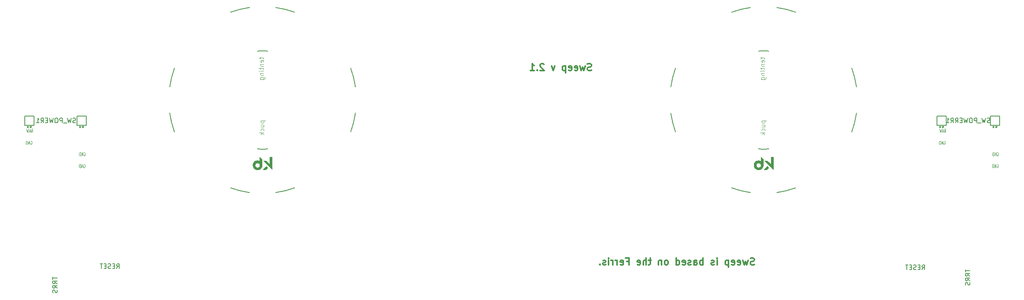
<source format=gbr>
%TF.GenerationSoftware,KiCad,Pcbnew,(6.0.0-0)*%
%TF.CreationDate,2022-02-08T15:13:43+01:00*%
%TF.ProjectId,sweepv2.1,73776565-7076-4322-9e31-2e6b69636164,rev?*%
%TF.SameCoordinates,Original*%
%TF.FileFunction,Legend,Bot*%
%TF.FilePolarity,Positive*%
%FSLAX46Y46*%
G04 Gerber Fmt 4.6, Leading zero omitted, Abs format (unit mm)*
G04 Created by KiCad (PCBNEW (6.0.0-0)) date 2022-02-08 15:13:43*
%MOMM*%
%LPD*%
G01*
G04 APERTURE LIST*
%ADD10C,0.300000*%
%ADD11C,0.125000*%
%ADD12C,0.150000*%
%ADD13C,0.100000*%
%ADD14C,0.200000*%
%ADD15C,0.010000*%
G04 APERTURE END LIST*
D10*
X147648571Y-39723142D02*
X147434285Y-39794571D01*
X147077142Y-39794571D01*
X146934285Y-39723142D01*
X146862857Y-39651714D01*
X146791428Y-39508857D01*
X146791428Y-39366000D01*
X146862857Y-39223142D01*
X146934285Y-39151714D01*
X147077142Y-39080285D01*
X147362857Y-39008857D01*
X147505714Y-38937428D01*
X147577142Y-38866000D01*
X147648571Y-38723142D01*
X147648571Y-38580285D01*
X147577142Y-38437428D01*
X147505714Y-38366000D01*
X147362857Y-38294571D01*
X147005714Y-38294571D01*
X146791428Y-38366000D01*
X146291428Y-38794571D02*
X146005714Y-39794571D01*
X145720000Y-39080285D01*
X145434285Y-39794571D01*
X145148571Y-38794571D01*
X144005714Y-39723142D02*
X144148571Y-39794571D01*
X144434285Y-39794571D01*
X144577142Y-39723142D01*
X144648571Y-39580285D01*
X144648571Y-39008857D01*
X144577142Y-38866000D01*
X144434285Y-38794571D01*
X144148571Y-38794571D01*
X144005714Y-38866000D01*
X143934285Y-39008857D01*
X143934285Y-39151714D01*
X144648571Y-39294571D01*
X142720000Y-39723142D02*
X142862857Y-39794571D01*
X143148571Y-39794571D01*
X143291428Y-39723142D01*
X143362857Y-39580285D01*
X143362857Y-39008857D01*
X143291428Y-38866000D01*
X143148571Y-38794571D01*
X142862857Y-38794571D01*
X142720000Y-38866000D01*
X142648571Y-39008857D01*
X142648571Y-39151714D01*
X143362857Y-39294571D01*
X142005714Y-38794571D02*
X142005714Y-40294571D01*
X142005714Y-38866000D02*
X141862857Y-38794571D01*
X141577142Y-38794571D01*
X141434285Y-38866000D01*
X141362857Y-38937428D01*
X141291428Y-39080285D01*
X141291428Y-39508857D01*
X141362857Y-39651714D01*
X141434285Y-39723142D01*
X141577142Y-39794571D01*
X141862857Y-39794571D01*
X142005714Y-39723142D01*
X139648571Y-38794571D02*
X139291428Y-39794571D01*
X138934285Y-38794571D01*
X137291428Y-38437428D02*
X137220000Y-38366000D01*
X137077142Y-38294571D01*
X136720000Y-38294571D01*
X136577142Y-38366000D01*
X136505714Y-38437428D01*
X136434285Y-38580285D01*
X136434285Y-38723142D01*
X136505714Y-38937428D01*
X137362857Y-39794571D01*
X136434285Y-39794571D01*
X135791428Y-39651714D02*
X135720000Y-39723142D01*
X135791428Y-39794571D01*
X135862857Y-39723142D01*
X135791428Y-39651714D01*
X135791428Y-39794571D01*
X134291428Y-39794571D02*
X135148571Y-39794571D01*
X134720000Y-39794571D02*
X134720000Y-38294571D01*
X134862857Y-38508857D01*
X135005714Y-38651714D01*
X135148571Y-38723142D01*
X183298571Y-82395142D02*
X183084285Y-82466571D01*
X182727142Y-82466571D01*
X182584285Y-82395142D01*
X182512857Y-82323714D01*
X182441428Y-82180857D01*
X182441428Y-82038000D01*
X182512857Y-81895142D01*
X182584285Y-81823714D01*
X182727142Y-81752285D01*
X183012857Y-81680857D01*
X183155714Y-81609428D01*
X183227142Y-81538000D01*
X183298571Y-81395142D01*
X183298571Y-81252285D01*
X183227142Y-81109428D01*
X183155714Y-81038000D01*
X183012857Y-80966571D01*
X182655714Y-80966571D01*
X182441428Y-81038000D01*
X181941428Y-81466571D02*
X181655714Y-82466571D01*
X181370000Y-81752285D01*
X181084285Y-82466571D01*
X180798571Y-81466571D01*
X179655714Y-82395142D02*
X179798571Y-82466571D01*
X180084285Y-82466571D01*
X180227142Y-82395142D01*
X180298571Y-82252285D01*
X180298571Y-81680857D01*
X180227142Y-81538000D01*
X180084285Y-81466571D01*
X179798571Y-81466571D01*
X179655714Y-81538000D01*
X179584285Y-81680857D01*
X179584285Y-81823714D01*
X180298571Y-81966571D01*
X178370000Y-82395142D02*
X178512857Y-82466571D01*
X178798571Y-82466571D01*
X178941428Y-82395142D01*
X179012857Y-82252285D01*
X179012857Y-81680857D01*
X178941428Y-81538000D01*
X178798571Y-81466571D01*
X178512857Y-81466571D01*
X178370000Y-81538000D01*
X178298571Y-81680857D01*
X178298571Y-81823714D01*
X179012857Y-81966571D01*
X177655714Y-81466571D02*
X177655714Y-82966571D01*
X177655714Y-81538000D02*
X177512857Y-81466571D01*
X177227142Y-81466571D01*
X177084285Y-81538000D01*
X177012857Y-81609428D01*
X176941428Y-81752285D01*
X176941428Y-82180857D01*
X177012857Y-82323714D01*
X177084285Y-82395142D01*
X177227142Y-82466571D01*
X177512857Y-82466571D01*
X177655714Y-82395142D01*
X175155714Y-82466571D02*
X175155714Y-81466571D01*
X175155714Y-80966571D02*
X175227142Y-81038000D01*
X175155714Y-81109428D01*
X175084285Y-81038000D01*
X175155714Y-80966571D01*
X175155714Y-81109428D01*
X174512857Y-82395142D02*
X174370000Y-82466571D01*
X174084285Y-82466571D01*
X173941428Y-82395142D01*
X173870000Y-82252285D01*
X173870000Y-82180857D01*
X173941428Y-82038000D01*
X174084285Y-81966571D01*
X174298571Y-81966571D01*
X174441428Y-81895142D01*
X174512857Y-81752285D01*
X174512857Y-81680857D01*
X174441428Y-81538000D01*
X174298571Y-81466571D01*
X174084285Y-81466571D01*
X173941428Y-81538000D01*
X172084285Y-82466571D02*
X172084285Y-80966571D01*
X172084285Y-81538000D02*
X171941428Y-81466571D01*
X171655714Y-81466571D01*
X171512857Y-81538000D01*
X171441428Y-81609428D01*
X171370000Y-81752285D01*
X171370000Y-82180857D01*
X171441428Y-82323714D01*
X171512857Y-82395142D01*
X171655714Y-82466571D01*
X171941428Y-82466571D01*
X172084285Y-82395142D01*
X170084285Y-82466571D02*
X170084285Y-81680857D01*
X170155714Y-81538000D01*
X170298571Y-81466571D01*
X170584285Y-81466571D01*
X170727142Y-81538000D01*
X170084285Y-82395142D02*
X170227142Y-82466571D01*
X170584285Y-82466571D01*
X170727142Y-82395142D01*
X170798571Y-82252285D01*
X170798571Y-82109428D01*
X170727142Y-81966571D01*
X170584285Y-81895142D01*
X170227142Y-81895142D01*
X170084285Y-81823714D01*
X169441428Y-82395142D02*
X169298571Y-82466571D01*
X169012857Y-82466571D01*
X168870000Y-82395142D01*
X168798571Y-82252285D01*
X168798571Y-82180857D01*
X168870000Y-82038000D01*
X169012857Y-81966571D01*
X169227142Y-81966571D01*
X169370000Y-81895142D01*
X169441428Y-81752285D01*
X169441428Y-81680857D01*
X169370000Y-81538000D01*
X169227142Y-81466571D01*
X169012857Y-81466571D01*
X168870000Y-81538000D01*
X167584285Y-82395142D02*
X167727142Y-82466571D01*
X168012857Y-82466571D01*
X168155714Y-82395142D01*
X168227142Y-82252285D01*
X168227142Y-81680857D01*
X168155714Y-81538000D01*
X168012857Y-81466571D01*
X167727142Y-81466571D01*
X167584285Y-81538000D01*
X167512857Y-81680857D01*
X167512857Y-81823714D01*
X168227142Y-81966571D01*
X166227142Y-82466571D02*
X166227142Y-80966571D01*
X166227142Y-82395142D02*
X166370000Y-82466571D01*
X166655714Y-82466571D01*
X166798571Y-82395142D01*
X166870000Y-82323714D01*
X166941428Y-82180857D01*
X166941428Y-81752285D01*
X166870000Y-81609428D01*
X166798571Y-81538000D01*
X166655714Y-81466571D01*
X166370000Y-81466571D01*
X166227142Y-81538000D01*
X164155714Y-82466571D02*
X164298571Y-82395142D01*
X164370000Y-82323714D01*
X164441428Y-82180857D01*
X164441428Y-81752285D01*
X164370000Y-81609428D01*
X164298571Y-81538000D01*
X164155714Y-81466571D01*
X163941428Y-81466571D01*
X163798571Y-81538000D01*
X163727142Y-81609428D01*
X163655714Y-81752285D01*
X163655714Y-82180857D01*
X163727142Y-82323714D01*
X163798571Y-82395142D01*
X163941428Y-82466571D01*
X164155714Y-82466571D01*
X163012857Y-81466571D02*
X163012857Y-82466571D01*
X163012857Y-81609428D02*
X162941428Y-81538000D01*
X162798571Y-81466571D01*
X162584285Y-81466571D01*
X162441428Y-81538000D01*
X162370000Y-81680857D01*
X162370000Y-82466571D01*
X160727142Y-81466571D02*
X160155714Y-81466571D01*
X160512857Y-80966571D02*
X160512857Y-82252285D01*
X160441428Y-82395142D01*
X160298571Y-82466571D01*
X160155714Y-82466571D01*
X159655714Y-82466571D02*
X159655714Y-80966571D01*
X159012857Y-82466571D02*
X159012857Y-81680857D01*
X159084285Y-81538000D01*
X159227142Y-81466571D01*
X159441428Y-81466571D01*
X159584285Y-81538000D01*
X159655714Y-81609428D01*
X157727142Y-82395142D02*
X157870000Y-82466571D01*
X158155714Y-82466571D01*
X158298571Y-82395142D01*
X158370000Y-82252285D01*
X158370000Y-81680857D01*
X158298571Y-81538000D01*
X158155714Y-81466571D01*
X157870000Y-81466571D01*
X157727142Y-81538000D01*
X157655714Y-81680857D01*
X157655714Y-81823714D01*
X158370000Y-81966571D01*
X155370000Y-81680857D02*
X155870000Y-81680857D01*
X155870000Y-82466571D02*
X155870000Y-80966571D01*
X155155714Y-80966571D01*
X154012857Y-82395142D02*
X154155714Y-82466571D01*
X154441428Y-82466571D01*
X154584285Y-82395142D01*
X154655714Y-82252285D01*
X154655714Y-81680857D01*
X154584285Y-81538000D01*
X154441428Y-81466571D01*
X154155714Y-81466571D01*
X154012857Y-81538000D01*
X153941428Y-81680857D01*
X153941428Y-81823714D01*
X154655714Y-81966571D01*
X153298571Y-82466571D02*
X153298571Y-81466571D01*
X153298571Y-81752285D02*
X153227142Y-81609428D01*
X153155714Y-81538000D01*
X153012857Y-81466571D01*
X152870000Y-81466571D01*
X152370000Y-82466571D02*
X152370000Y-81466571D01*
X152370000Y-81752285D02*
X152298571Y-81609428D01*
X152227142Y-81538000D01*
X152084285Y-81466571D01*
X151941428Y-81466571D01*
X151441428Y-82466571D02*
X151441428Y-81466571D01*
X151441428Y-80966571D02*
X151512857Y-81038000D01*
X151441428Y-81109428D01*
X151370000Y-81038000D01*
X151441428Y-80966571D01*
X151441428Y-81109428D01*
X150798571Y-82395142D02*
X150655714Y-82466571D01*
X150370000Y-82466571D01*
X150227142Y-82395142D01*
X150155714Y-82252285D01*
X150155714Y-82180857D01*
X150227142Y-82038000D01*
X150370000Y-81966571D01*
X150584285Y-81966571D01*
X150727142Y-81895142D01*
X150798571Y-81752285D01*
X150798571Y-81680857D01*
X150727142Y-81538000D01*
X150584285Y-81466571D01*
X150370000Y-81466571D01*
X150227142Y-81538000D01*
X149512857Y-82323714D02*
X149441428Y-82395142D01*
X149512857Y-82466571D01*
X149584285Y-82395142D01*
X149512857Y-82323714D01*
X149512857Y-82466571D01*
D11*
%TO.C,U1*%
X224883238Y-53383285D02*
X225049904Y-53026142D01*
X225168952Y-53383285D02*
X225168952Y-52633285D01*
X224978476Y-52633285D01*
X224930857Y-52669000D01*
X224907047Y-52704714D01*
X224883238Y-52776142D01*
X224883238Y-52883285D01*
X224907047Y-52954714D01*
X224930857Y-52990428D01*
X224978476Y-53026142D01*
X225168952Y-53026142D01*
X224692761Y-53169000D02*
X224454666Y-53169000D01*
X224740380Y-53383285D02*
X224573714Y-52633285D01*
X224407047Y-53383285D01*
X224288000Y-52633285D02*
X224168952Y-53383285D01*
X224073714Y-52847571D01*
X223978476Y-53383285D01*
X223859428Y-52633285D01*
X224788952Y-55309000D02*
X224836571Y-55273285D01*
X224908000Y-55273285D01*
X224979428Y-55309000D01*
X225027047Y-55380428D01*
X225050857Y-55451857D01*
X225074666Y-55594714D01*
X225074666Y-55701857D01*
X225050857Y-55844714D01*
X225027047Y-55916142D01*
X224979428Y-55987571D01*
X224908000Y-56023285D01*
X224860380Y-56023285D01*
X224788952Y-55987571D01*
X224765142Y-55951857D01*
X224765142Y-55701857D01*
X224860380Y-55701857D01*
X224550857Y-56023285D02*
X224550857Y-55273285D01*
X224265142Y-56023285D01*
X224265142Y-55273285D01*
X224027047Y-56023285D02*
X224027047Y-55273285D01*
X223908000Y-55273285D01*
X223836571Y-55309000D01*
X223788952Y-55380428D01*
X223765142Y-55451857D01*
X223741333Y-55594714D01*
X223741333Y-55701857D01*
X223765142Y-55844714D01*
X223788952Y-55916142D01*
X223836571Y-55987571D01*
X223908000Y-56023285D01*
X224027047Y-56023285D01*
X236418952Y-60419000D02*
X236466571Y-60383285D01*
X236538000Y-60383285D01*
X236609428Y-60419000D01*
X236657047Y-60490428D01*
X236680857Y-60561857D01*
X236704666Y-60704714D01*
X236704666Y-60811857D01*
X236680857Y-60954714D01*
X236657047Y-61026142D01*
X236609428Y-61097571D01*
X236538000Y-61133285D01*
X236490380Y-61133285D01*
X236418952Y-61097571D01*
X236395142Y-61061857D01*
X236395142Y-60811857D01*
X236490380Y-60811857D01*
X236180857Y-61133285D02*
X236180857Y-60383285D01*
X235895142Y-61133285D01*
X235895142Y-60383285D01*
X235657047Y-61133285D02*
X235657047Y-60383285D01*
X235538000Y-60383285D01*
X235466571Y-60419000D01*
X235418952Y-60490428D01*
X235395142Y-60561857D01*
X235371333Y-60704714D01*
X235371333Y-60811857D01*
X235395142Y-60954714D01*
X235418952Y-61026142D01*
X235466571Y-61097571D01*
X235538000Y-61133285D01*
X235657047Y-61133285D01*
X236438952Y-57839000D02*
X236486571Y-57803285D01*
X236558000Y-57803285D01*
X236629428Y-57839000D01*
X236677047Y-57910428D01*
X236700857Y-57981857D01*
X236724666Y-58124714D01*
X236724666Y-58231857D01*
X236700857Y-58374714D01*
X236677047Y-58446142D01*
X236629428Y-58517571D01*
X236558000Y-58553285D01*
X236510380Y-58553285D01*
X236438952Y-58517571D01*
X236415142Y-58481857D01*
X236415142Y-58231857D01*
X236510380Y-58231857D01*
X236200857Y-58553285D02*
X236200857Y-57803285D01*
X235915142Y-58553285D01*
X235915142Y-57803285D01*
X235677047Y-58553285D02*
X235677047Y-57803285D01*
X235558000Y-57803285D01*
X235486571Y-57839000D01*
X235438952Y-57910428D01*
X235415142Y-57981857D01*
X235391333Y-58124714D01*
X235391333Y-58231857D01*
X235415142Y-58374714D01*
X235438952Y-58446142D01*
X235486571Y-58517571D01*
X235558000Y-58553285D01*
X235677047Y-58553285D01*
D12*
%TO.C,J2*%
X229512880Y-83464595D02*
X229512880Y-84036023D01*
X230512880Y-83750309D02*
X229512880Y-83750309D01*
X230512880Y-84940785D02*
X230036690Y-84607452D01*
X230512880Y-84369357D02*
X229512880Y-84369357D01*
X229512880Y-84750309D01*
X229560500Y-84845547D01*
X229608119Y-84893166D01*
X229703357Y-84940785D01*
X229846214Y-84940785D01*
X229941452Y-84893166D01*
X229989071Y-84845547D01*
X230036690Y-84750309D01*
X230036690Y-84369357D01*
X230512880Y-85940785D02*
X230036690Y-85607452D01*
X230512880Y-85369357D02*
X229512880Y-85369357D01*
X229512880Y-85750309D01*
X229560500Y-85845547D01*
X229608119Y-85893166D01*
X229703357Y-85940785D01*
X229846214Y-85940785D01*
X229941452Y-85893166D01*
X229989071Y-85845547D01*
X230036690Y-85750309D01*
X230036690Y-85369357D01*
X230465261Y-86321738D02*
X230512880Y-86464595D01*
X230512880Y-86702690D01*
X230465261Y-86797928D01*
X230417642Y-86845547D01*
X230322404Y-86893166D01*
X230227166Y-86893166D01*
X230131928Y-86845547D01*
X230084309Y-86797928D01*
X230036690Y-86702690D01*
X229989071Y-86512214D01*
X229941452Y-86416976D01*
X229893833Y-86369357D01*
X229798595Y-86321738D01*
X229703357Y-86321738D01*
X229608119Y-86369357D01*
X229560500Y-86416976D01*
X229512880Y-86512214D01*
X229512880Y-86750309D01*
X229560500Y-86893166D01*
%TO.C,RSW1*%
X220019380Y-83510380D02*
X220352714Y-83034190D01*
X220590809Y-83510380D02*
X220590809Y-82510380D01*
X220209857Y-82510380D01*
X220114619Y-82558000D01*
X220067000Y-82605619D01*
X220019380Y-82700857D01*
X220019380Y-82843714D01*
X220067000Y-82938952D01*
X220114619Y-82986571D01*
X220209857Y-83034190D01*
X220590809Y-83034190D01*
X219590809Y-82986571D02*
X219257476Y-82986571D01*
X219114619Y-83510380D02*
X219590809Y-83510380D01*
X219590809Y-82510380D01*
X219114619Y-82510380D01*
X218733666Y-83462761D02*
X218590809Y-83510380D01*
X218352714Y-83510380D01*
X218257476Y-83462761D01*
X218209857Y-83415142D01*
X218162238Y-83319904D01*
X218162238Y-83224666D01*
X218209857Y-83129428D01*
X218257476Y-83081809D01*
X218352714Y-83034190D01*
X218543190Y-82986571D01*
X218638428Y-82938952D01*
X218686047Y-82891333D01*
X218733666Y-82796095D01*
X218733666Y-82700857D01*
X218686047Y-82605619D01*
X218638428Y-82558000D01*
X218543190Y-82510380D01*
X218305095Y-82510380D01*
X218162238Y-82558000D01*
X217733666Y-82986571D02*
X217400333Y-82986571D01*
X217257476Y-83510380D02*
X217733666Y-83510380D01*
X217733666Y-82510380D01*
X217257476Y-82510380D01*
X216971761Y-82510380D02*
X216400333Y-82510380D01*
X216686047Y-83510380D02*
X216686047Y-82510380D01*
D13*
%TO.C,REF\u002A\u002A*%
X184887714Y-36860500D02*
X184887714Y-37241452D01*
X184554380Y-37003357D02*
X185411523Y-37003357D01*
X185506761Y-37050976D01*
X185554380Y-37146214D01*
X185554380Y-37241452D01*
X185506761Y-37955738D02*
X185554380Y-37860500D01*
X185554380Y-37670023D01*
X185506761Y-37574785D01*
X185411523Y-37527166D01*
X185030571Y-37527166D01*
X184935333Y-37574785D01*
X184887714Y-37670023D01*
X184887714Y-37860500D01*
X184935333Y-37955738D01*
X185030571Y-38003357D01*
X185125809Y-38003357D01*
X185221047Y-37527166D01*
X184887714Y-38431928D02*
X185554380Y-38431928D01*
X184982952Y-38431928D02*
X184935333Y-38479547D01*
X184887714Y-38574785D01*
X184887714Y-38717642D01*
X184935333Y-38812880D01*
X185030571Y-38860500D01*
X185554380Y-38860500D01*
X184887714Y-39193833D02*
X184887714Y-39574785D01*
X184554380Y-39336690D02*
X185411523Y-39336690D01*
X185506761Y-39384309D01*
X185554380Y-39479547D01*
X185554380Y-39574785D01*
X185554380Y-39908119D02*
X184887714Y-39908119D01*
X184554380Y-39908119D02*
X184602000Y-39860500D01*
X184649619Y-39908119D01*
X184602000Y-39955738D01*
X184554380Y-39908119D01*
X184649619Y-39908119D01*
X184887714Y-40384309D02*
X185554380Y-40384309D01*
X184982952Y-40384309D02*
X184935333Y-40431928D01*
X184887714Y-40527166D01*
X184887714Y-40670023D01*
X184935333Y-40765261D01*
X185030571Y-40812880D01*
X185554380Y-40812880D01*
X184887714Y-41717642D02*
X185697238Y-41717642D01*
X185792476Y-41670023D01*
X185840095Y-41622404D01*
X185887714Y-41527166D01*
X185887714Y-41384309D01*
X185840095Y-41289071D01*
X185506761Y-41717642D02*
X185554380Y-41622404D01*
X185554380Y-41431928D01*
X185506761Y-41336690D01*
X185459142Y-41289071D01*
X185363904Y-41241452D01*
X185078190Y-41241452D01*
X184982952Y-41289071D01*
X184935333Y-41336690D01*
X184887714Y-41431928D01*
X184887714Y-41622404D01*
X184935333Y-41717642D01*
X184951214Y-50814500D02*
X185951214Y-50814500D01*
X184998833Y-50814500D02*
X184951214Y-50909738D01*
X184951214Y-51100214D01*
X184998833Y-51195452D01*
X185046452Y-51243071D01*
X185141690Y-51290690D01*
X185427404Y-51290690D01*
X185522642Y-51243071D01*
X185570261Y-51195452D01*
X185617880Y-51100214D01*
X185617880Y-50909738D01*
X185570261Y-50814500D01*
X184951214Y-52147833D02*
X185617880Y-52147833D01*
X184951214Y-51719261D02*
X185475023Y-51719261D01*
X185570261Y-51766880D01*
X185617880Y-51862119D01*
X185617880Y-52004976D01*
X185570261Y-52100214D01*
X185522642Y-52147833D01*
X185570261Y-53052595D02*
X185617880Y-52957357D01*
X185617880Y-52766880D01*
X185570261Y-52671642D01*
X185522642Y-52624023D01*
X185427404Y-52576404D01*
X185141690Y-52576404D01*
X185046452Y-52624023D01*
X184998833Y-52671642D01*
X184951214Y-52766880D01*
X184951214Y-52957357D01*
X184998833Y-53052595D01*
X185617880Y-53481166D02*
X184617880Y-53481166D01*
X185236928Y-53576404D02*
X185617880Y-53862119D01*
X184951214Y-53862119D02*
X185332166Y-53481166D01*
D12*
%TO.C,Bat+r1*%
X236275638Y-52005895D02*
X236275638Y-52199419D01*
X236469161Y-52122009D02*
X236275638Y-52199419D01*
X236082114Y-52122009D01*
X236391752Y-52354238D02*
X236275638Y-52199419D01*
X236159523Y-52354238D01*
X235656361Y-52005895D02*
X235656361Y-52199419D01*
X235849885Y-52122009D02*
X235656361Y-52199419D01*
X235462838Y-52122009D01*
X235772476Y-52354238D02*
X235656361Y-52199419D01*
X235540247Y-52354238D01*
%TO.C,BatGND1*%
X224591638Y-52005895D02*
X224591638Y-52199419D01*
X224785161Y-52122009D02*
X224591638Y-52199419D01*
X224398114Y-52122009D01*
X224707752Y-52354238D02*
X224591638Y-52199419D01*
X224475523Y-52354238D01*
X223972361Y-52005895D02*
X223972361Y-52199419D01*
X224165885Y-52122009D02*
X223972361Y-52199419D01*
X223778838Y-52122009D01*
X224088476Y-52354238D02*
X223972361Y-52199419D01*
X223856247Y-52354238D01*
%TO.C,U2*%
D11*
X36586952Y-57839000D02*
X36634571Y-57803285D01*
X36706000Y-57803285D01*
X36777428Y-57839000D01*
X36825047Y-57910428D01*
X36848857Y-57981857D01*
X36872666Y-58124714D01*
X36872666Y-58231857D01*
X36848857Y-58374714D01*
X36825047Y-58446142D01*
X36777428Y-58517571D01*
X36706000Y-58553285D01*
X36658380Y-58553285D01*
X36586952Y-58517571D01*
X36563142Y-58481857D01*
X36563142Y-58231857D01*
X36658380Y-58231857D01*
X36348857Y-58553285D02*
X36348857Y-57803285D01*
X36063142Y-58553285D01*
X36063142Y-57803285D01*
X35825047Y-58553285D02*
X35825047Y-57803285D01*
X35706000Y-57803285D01*
X35634571Y-57839000D01*
X35586952Y-57910428D01*
X35563142Y-57981857D01*
X35539333Y-58124714D01*
X35539333Y-58231857D01*
X35563142Y-58374714D01*
X35586952Y-58446142D01*
X35634571Y-58517571D01*
X35706000Y-58553285D01*
X35825047Y-58553285D01*
X25031238Y-53383285D02*
X25197904Y-53026142D01*
X25316952Y-53383285D02*
X25316952Y-52633285D01*
X25126476Y-52633285D01*
X25078857Y-52669000D01*
X25055047Y-52704714D01*
X25031238Y-52776142D01*
X25031238Y-52883285D01*
X25055047Y-52954714D01*
X25078857Y-52990428D01*
X25126476Y-53026142D01*
X25316952Y-53026142D01*
X24840761Y-53169000D02*
X24602666Y-53169000D01*
X24888380Y-53383285D02*
X24721714Y-52633285D01*
X24555047Y-53383285D01*
X24436000Y-52633285D02*
X24316952Y-53383285D01*
X24221714Y-52847571D01*
X24126476Y-53383285D01*
X24007428Y-52633285D01*
X36566952Y-60419000D02*
X36614571Y-60383285D01*
X36686000Y-60383285D01*
X36757428Y-60419000D01*
X36805047Y-60490428D01*
X36828857Y-60561857D01*
X36852666Y-60704714D01*
X36852666Y-60811857D01*
X36828857Y-60954714D01*
X36805047Y-61026142D01*
X36757428Y-61097571D01*
X36686000Y-61133285D01*
X36638380Y-61133285D01*
X36566952Y-61097571D01*
X36543142Y-61061857D01*
X36543142Y-60811857D01*
X36638380Y-60811857D01*
X36328857Y-61133285D02*
X36328857Y-60383285D01*
X36043142Y-61133285D01*
X36043142Y-60383285D01*
X35805047Y-61133285D02*
X35805047Y-60383285D01*
X35686000Y-60383285D01*
X35614571Y-60419000D01*
X35566952Y-60490428D01*
X35543142Y-60561857D01*
X35519333Y-60704714D01*
X35519333Y-60811857D01*
X35543142Y-60954714D01*
X35566952Y-61026142D01*
X35614571Y-61097571D01*
X35686000Y-61133285D01*
X35805047Y-61133285D01*
X24936952Y-55309000D02*
X24984571Y-55273285D01*
X25056000Y-55273285D01*
X25127428Y-55309000D01*
X25175047Y-55380428D01*
X25198857Y-55451857D01*
X25222666Y-55594714D01*
X25222666Y-55701857D01*
X25198857Y-55844714D01*
X25175047Y-55916142D01*
X25127428Y-55987571D01*
X25056000Y-56023285D01*
X25008380Y-56023285D01*
X24936952Y-55987571D01*
X24913142Y-55951857D01*
X24913142Y-55701857D01*
X25008380Y-55701857D01*
X24698857Y-56023285D02*
X24698857Y-55273285D01*
X24413142Y-56023285D01*
X24413142Y-55273285D01*
X24175047Y-56023285D02*
X24175047Y-55273285D01*
X24056000Y-55273285D01*
X23984571Y-55309000D01*
X23936952Y-55380428D01*
X23913142Y-55451857D01*
X23889333Y-55594714D01*
X23889333Y-55701857D01*
X23913142Y-55844714D01*
X23936952Y-55916142D01*
X23984571Y-55987571D01*
X24056000Y-56023285D01*
X24175047Y-56023285D01*
D12*
%TO.C,J1*%
X29741880Y-85115595D02*
X29741880Y-85687023D01*
X30741880Y-85401309D02*
X29741880Y-85401309D01*
X30741880Y-86591785D02*
X30265690Y-86258452D01*
X30741880Y-86020357D02*
X29741880Y-86020357D01*
X29741880Y-86401309D01*
X29789500Y-86496547D01*
X29837119Y-86544166D01*
X29932357Y-86591785D01*
X30075214Y-86591785D01*
X30170452Y-86544166D01*
X30218071Y-86496547D01*
X30265690Y-86401309D01*
X30265690Y-86020357D01*
X30741880Y-87591785D02*
X30265690Y-87258452D01*
X30741880Y-87020357D02*
X29741880Y-87020357D01*
X29741880Y-87401309D01*
X29789500Y-87496547D01*
X29837119Y-87544166D01*
X29932357Y-87591785D01*
X30075214Y-87591785D01*
X30170452Y-87544166D01*
X30218071Y-87496547D01*
X30265690Y-87401309D01*
X30265690Y-87020357D01*
X30694261Y-87972738D02*
X30741880Y-88115595D01*
X30741880Y-88353690D01*
X30694261Y-88448928D01*
X30646642Y-88496547D01*
X30551404Y-88544166D01*
X30456166Y-88544166D01*
X30360928Y-88496547D01*
X30313309Y-88448928D01*
X30265690Y-88353690D01*
X30218071Y-88163214D01*
X30170452Y-88067976D01*
X30122833Y-88020357D01*
X30027595Y-87972738D01*
X29932357Y-87972738D01*
X29837119Y-88020357D01*
X29789500Y-88067976D01*
X29741880Y-88163214D01*
X29741880Y-88401309D01*
X29789500Y-88544166D01*
D13*
%TO.C,REF\u002A\u002A*%
X75223714Y-36860500D02*
X75223714Y-37241452D01*
X74890380Y-37003357D02*
X75747523Y-37003357D01*
X75842761Y-37050976D01*
X75890380Y-37146214D01*
X75890380Y-37241452D01*
X75842761Y-37955738D02*
X75890380Y-37860500D01*
X75890380Y-37670023D01*
X75842761Y-37574785D01*
X75747523Y-37527166D01*
X75366571Y-37527166D01*
X75271333Y-37574785D01*
X75223714Y-37670023D01*
X75223714Y-37860500D01*
X75271333Y-37955738D01*
X75366571Y-38003357D01*
X75461809Y-38003357D01*
X75557047Y-37527166D01*
X75223714Y-38431928D02*
X75890380Y-38431928D01*
X75318952Y-38431928D02*
X75271333Y-38479547D01*
X75223714Y-38574785D01*
X75223714Y-38717642D01*
X75271333Y-38812880D01*
X75366571Y-38860500D01*
X75890380Y-38860500D01*
X75223714Y-39193833D02*
X75223714Y-39574785D01*
X74890380Y-39336690D02*
X75747523Y-39336690D01*
X75842761Y-39384309D01*
X75890380Y-39479547D01*
X75890380Y-39574785D01*
X75890380Y-39908119D02*
X75223714Y-39908119D01*
X74890380Y-39908119D02*
X74938000Y-39860500D01*
X74985619Y-39908119D01*
X74938000Y-39955738D01*
X74890380Y-39908119D01*
X74985619Y-39908119D01*
X75223714Y-40384309D02*
X75890380Y-40384309D01*
X75318952Y-40384309D02*
X75271333Y-40431928D01*
X75223714Y-40527166D01*
X75223714Y-40670023D01*
X75271333Y-40765261D01*
X75366571Y-40812880D01*
X75890380Y-40812880D01*
X75223714Y-41717642D02*
X76033238Y-41717642D01*
X76128476Y-41670023D01*
X76176095Y-41622404D01*
X76223714Y-41527166D01*
X76223714Y-41384309D01*
X76176095Y-41289071D01*
X75842761Y-41717642D02*
X75890380Y-41622404D01*
X75890380Y-41431928D01*
X75842761Y-41336690D01*
X75795142Y-41289071D01*
X75699904Y-41241452D01*
X75414190Y-41241452D01*
X75318952Y-41289071D01*
X75271333Y-41336690D01*
X75223714Y-41431928D01*
X75223714Y-41622404D01*
X75271333Y-41717642D01*
X75287214Y-50814500D02*
X76287214Y-50814500D01*
X75334833Y-50814500D02*
X75287214Y-50909738D01*
X75287214Y-51100214D01*
X75334833Y-51195452D01*
X75382452Y-51243071D01*
X75477690Y-51290690D01*
X75763404Y-51290690D01*
X75858642Y-51243071D01*
X75906261Y-51195452D01*
X75953880Y-51100214D01*
X75953880Y-50909738D01*
X75906261Y-50814500D01*
X75287214Y-52147833D02*
X75953880Y-52147833D01*
X75287214Y-51719261D02*
X75811023Y-51719261D01*
X75906261Y-51766880D01*
X75953880Y-51862119D01*
X75953880Y-52004976D01*
X75906261Y-52100214D01*
X75858642Y-52147833D01*
X75906261Y-53052595D02*
X75953880Y-52957357D01*
X75953880Y-52766880D01*
X75906261Y-52671642D01*
X75858642Y-52624023D01*
X75763404Y-52576404D01*
X75477690Y-52576404D01*
X75382452Y-52624023D01*
X75334833Y-52671642D01*
X75287214Y-52766880D01*
X75287214Y-52957357D01*
X75334833Y-53052595D01*
X75953880Y-53481166D02*
X74953880Y-53481166D01*
X75572928Y-53576404D02*
X75953880Y-53862119D01*
X75287214Y-53862119D02*
X75668166Y-53481166D01*
D12*
%TO.C,BatGND4*%
X36377638Y-52005895D02*
X36377638Y-52199419D01*
X36571161Y-52122009D02*
X36377638Y-52199419D01*
X36184114Y-52122009D01*
X36493752Y-52354238D02*
X36377638Y-52199419D01*
X36261523Y-52354238D01*
X35758361Y-52005895D02*
X35758361Y-52199419D01*
X35951885Y-52122009D02*
X35758361Y-52199419D01*
X35564838Y-52122009D01*
X35874476Y-52354238D02*
X35758361Y-52199419D01*
X35642247Y-52354238D01*
%TO.C,Bat+1*%
X24947638Y-52005895D02*
X24947638Y-52199419D01*
X25141161Y-52122009D02*
X24947638Y-52199419D01*
X24754114Y-52122009D01*
X25063752Y-52354238D02*
X24947638Y-52199419D01*
X24831523Y-52354238D01*
X24328361Y-52005895D02*
X24328361Y-52199419D01*
X24521885Y-52122009D02*
X24328361Y-52199419D01*
X24134838Y-52122009D01*
X24444476Y-52354238D02*
X24328361Y-52199419D01*
X24212247Y-52354238D01*
%TO.C,RSW2*%
X43743380Y-83256380D02*
X44076714Y-82780190D01*
X44314809Y-83256380D02*
X44314809Y-82256380D01*
X43933857Y-82256380D01*
X43838619Y-82304000D01*
X43791000Y-82351619D01*
X43743380Y-82446857D01*
X43743380Y-82589714D01*
X43791000Y-82684952D01*
X43838619Y-82732571D01*
X43933857Y-82780190D01*
X44314809Y-82780190D01*
X43314809Y-82732571D02*
X42981476Y-82732571D01*
X42838619Y-83256380D02*
X43314809Y-83256380D01*
X43314809Y-82256380D01*
X42838619Y-82256380D01*
X42457666Y-83208761D02*
X42314809Y-83256380D01*
X42076714Y-83256380D01*
X41981476Y-83208761D01*
X41933857Y-83161142D01*
X41886238Y-83065904D01*
X41886238Y-82970666D01*
X41933857Y-82875428D01*
X41981476Y-82827809D01*
X42076714Y-82780190D01*
X42267190Y-82732571D01*
X42362428Y-82684952D01*
X42410047Y-82637333D01*
X42457666Y-82542095D01*
X42457666Y-82446857D01*
X42410047Y-82351619D01*
X42362428Y-82304000D01*
X42267190Y-82256380D01*
X42029095Y-82256380D01*
X41886238Y-82304000D01*
X41457666Y-82732571D02*
X41124333Y-82732571D01*
X40981476Y-83256380D02*
X41457666Y-83256380D01*
X41457666Y-82256380D01*
X40981476Y-82256380D01*
X40695761Y-82256380D02*
X40124333Y-82256380D01*
X40410047Y-83256380D02*
X40410047Y-82256380D01*
%TO.C,SW_POWERR1*%
X234885904Y-51220761D02*
X234743047Y-51268380D01*
X234504952Y-51268380D01*
X234409714Y-51220761D01*
X234362095Y-51173142D01*
X234314476Y-51077904D01*
X234314476Y-50982666D01*
X234362095Y-50887428D01*
X234409714Y-50839809D01*
X234504952Y-50792190D01*
X234695428Y-50744571D01*
X234790666Y-50696952D01*
X234838285Y-50649333D01*
X234885904Y-50554095D01*
X234885904Y-50458857D01*
X234838285Y-50363619D01*
X234790666Y-50316000D01*
X234695428Y-50268380D01*
X234457333Y-50268380D01*
X234314476Y-50316000D01*
X233981142Y-50268380D02*
X233743047Y-51268380D01*
X233552571Y-50554095D01*
X233362095Y-51268380D01*
X233124000Y-50268380D01*
X232981142Y-51363619D02*
X232219238Y-51363619D01*
X231981142Y-51268380D02*
X231981142Y-50268380D01*
X231600190Y-50268380D01*
X231504952Y-50316000D01*
X231457333Y-50363619D01*
X231409714Y-50458857D01*
X231409714Y-50601714D01*
X231457333Y-50696952D01*
X231504952Y-50744571D01*
X231600190Y-50792190D01*
X231981142Y-50792190D01*
X230790666Y-50268380D02*
X230600190Y-50268380D01*
X230504952Y-50316000D01*
X230409714Y-50411238D01*
X230362095Y-50601714D01*
X230362095Y-50935047D01*
X230409714Y-51125523D01*
X230504952Y-51220761D01*
X230600190Y-51268380D01*
X230790666Y-51268380D01*
X230885904Y-51220761D01*
X230981142Y-51125523D01*
X231028761Y-50935047D01*
X231028761Y-50601714D01*
X230981142Y-50411238D01*
X230885904Y-50316000D01*
X230790666Y-50268380D01*
X230028761Y-50268380D02*
X229790666Y-51268380D01*
X229600190Y-50554095D01*
X229409714Y-51268380D01*
X229171619Y-50268380D01*
X228790666Y-50744571D02*
X228457333Y-50744571D01*
X228314476Y-51268380D02*
X228790666Y-51268380D01*
X228790666Y-50268380D01*
X228314476Y-50268380D01*
X227314476Y-51268380D02*
X227647809Y-50792190D01*
X227885904Y-51268380D02*
X227885904Y-50268380D01*
X227504952Y-50268380D01*
X227409714Y-50316000D01*
X227362095Y-50363619D01*
X227314476Y-50458857D01*
X227314476Y-50601714D01*
X227362095Y-50696952D01*
X227409714Y-50744571D01*
X227504952Y-50792190D01*
X227885904Y-50792190D01*
X226314476Y-51268380D02*
X226647809Y-50792190D01*
X226885904Y-51268380D02*
X226885904Y-50268380D01*
X226504952Y-50268380D01*
X226409714Y-50316000D01*
X226362095Y-50363619D01*
X226314476Y-50458857D01*
X226314476Y-50601714D01*
X226362095Y-50696952D01*
X226409714Y-50744571D01*
X226504952Y-50792190D01*
X226885904Y-50792190D01*
X225362095Y-51268380D02*
X225933523Y-51268380D01*
X225647809Y-51268380D02*
X225647809Y-50268380D01*
X225743047Y-50411238D01*
X225838285Y-50506476D01*
X225933523Y-50554095D01*
%TO.C,SW_POWER1*%
X34741904Y-51220761D02*
X34599047Y-51268380D01*
X34360952Y-51268380D01*
X34265714Y-51220761D01*
X34218095Y-51173142D01*
X34170476Y-51077904D01*
X34170476Y-50982666D01*
X34218095Y-50887428D01*
X34265714Y-50839809D01*
X34360952Y-50792190D01*
X34551428Y-50744571D01*
X34646666Y-50696952D01*
X34694285Y-50649333D01*
X34741904Y-50554095D01*
X34741904Y-50458857D01*
X34694285Y-50363619D01*
X34646666Y-50316000D01*
X34551428Y-50268380D01*
X34313333Y-50268380D01*
X34170476Y-50316000D01*
X33837142Y-50268380D02*
X33599047Y-51268380D01*
X33408571Y-50554095D01*
X33218095Y-51268380D01*
X32980000Y-50268380D01*
X32837142Y-51363619D02*
X32075238Y-51363619D01*
X31837142Y-51268380D02*
X31837142Y-50268380D01*
X31456190Y-50268380D01*
X31360952Y-50316000D01*
X31313333Y-50363619D01*
X31265714Y-50458857D01*
X31265714Y-50601714D01*
X31313333Y-50696952D01*
X31360952Y-50744571D01*
X31456190Y-50792190D01*
X31837142Y-50792190D01*
X30646666Y-50268380D02*
X30456190Y-50268380D01*
X30360952Y-50316000D01*
X30265714Y-50411238D01*
X30218095Y-50601714D01*
X30218095Y-50935047D01*
X30265714Y-51125523D01*
X30360952Y-51220761D01*
X30456190Y-51268380D01*
X30646666Y-51268380D01*
X30741904Y-51220761D01*
X30837142Y-51125523D01*
X30884761Y-50935047D01*
X30884761Y-50601714D01*
X30837142Y-50411238D01*
X30741904Y-50316000D01*
X30646666Y-50268380D01*
X29884761Y-50268380D02*
X29646666Y-51268380D01*
X29456190Y-50554095D01*
X29265714Y-51268380D01*
X29027619Y-50268380D01*
X28646666Y-50744571D02*
X28313333Y-50744571D01*
X28170476Y-51268380D02*
X28646666Y-51268380D01*
X28646666Y-50268380D01*
X28170476Y-50268380D01*
X27170476Y-51268380D02*
X27503809Y-50792190D01*
X27741904Y-51268380D02*
X27741904Y-50268380D01*
X27360952Y-50268380D01*
X27265714Y-50316000D01*
X27218095Y-50363619D01*
X27170476Y-50458857D01*
X27170476Y-50601714D01*
X27218095Y-50696952D01*
X27265714Y-50744571D01*
X27360952Y-50792190D01*
X27741904Y-50792190D01*
X26218095Y-51268380D02*
X26789523Y-51268380D01*
X26503809Y-51268380D02*
X26503809Y-50268380D01*
X26599047Y-50411238D01*
X26694285Y-50506476D01*
X26789523Y-50554095D01*
D14*
%TO.C,REF\u002A\u002A*%
X205676000Y-43424500D02*
G75*
G03*
X204642134Y-39273952I-20319983J-2857496D01*
G01*
X192364049Y-26995866D02*
G75*
G03*
X188213500Y-25962000I-7008041J-19286105D01*
G01*
X185356000Y-35487000D02*
G75*
G03*
X184227615Y-35546136I-6J-10794921D01*
G01*
X184227615Y-57017864D02*
G75*
G03*
X185356000Y-57077000I1128379J10735785D01*
G01*
X178347955Y-65568135D02*
G75*
G03*
X182498500Y-66602000I7008051J19286154D01*
G01*
X165036000Y-49139500D02*
G75*
G03*
X166069865Y-53290046I20320050J2857512D01*
G01*
X186484385Y-35546136D02*
G75*
G03*
X185356000Y-35487000I-1128379J-10735785D01*
G01*
X188213500Y-66602000D02*
G75*
G03*
X192364045Y-65568135I-2857506J20320019D01*
G01*
X182498500Y-25962000D02*
G75*
G03*
X178347954Y-26995865I2857512J-20320050D01*
G01*
X204642134Y-53290048D02*
G75*
G03*
X205676000Y-49139500I-19286117J7008044D01*
G01*
X166069864Y-39273956D02*
G75*
G03*
X165036000Y-43424500I19286252J-7008071D01*
G01*
X185356000Y-57077000D02*
G75*
G03*
X186484385Y-57017864I6J10794921D01*
G01*
D15*
X184735464Y-59265827D02*
X184735272Y-59370067D01*
X184735272Y-59370067D02*
X184734783Y-59466812D01*
X184734783Y-59466812D02*
X184734033Y-59553698D01*
X184734033Y-59553698D02*
X184733057Y-59628360D01*
X184733057Y-59628360D02*
X184731888Y-59688435D01*
X184731888Y-59688435D02*
X184730561Y-59731558D01*
X184730561Y-59731558D02*
X184729112Y-59755365D01*
X184729112Y-59755365D02*
X184728204Y-59759395D01*
X184728204Y-59759395D02*
X184715773Y-59753081D01*
X184715773Y-59753081D02*
X184690927Y-59736738D01*
X184690927Y-59736738D02*
X184666793Y-59719536D01*
X184666793Y-59719536D02*
X184552096Y-59648814D01*
X184552096Y-59648814D02*
X184429880Y-59599710D01*
X184429880Y-59599710D02*
X184299497Y-59572034D01*
X184299497Y-59572034D02*
X184160296Y-59565596D01*
X184160296Y-59565596D02*
X184142484Y-59566264D01*
X184142484Y-59566264D02*
X184052849Y-59572816D01*
X184052849Y-59572816D02*
X183976366Y-59584753D01*
X183976366Y-59584753D02*
X183904714Y-59604245D01*
X183904714Y-59604245D02*
X183829576Y-59633462D01*
X183829576Y-59633462D02*
X183759725Y-59666101D01*
X183759725Y-59666101D02*
X183631792Y-59741394D01*
X183631792Y-59741394D02*
X183518872Y-59833374D01*
X183518872Y-59833374D02*
X183421978Y-59940363D01*
X183421978Y-59940363D02*
X183342120Y-60060688D01*
X183342120Y-60060688D02*
X183280310Y-60192673D01*
X183280310Y-60192673D02*
X183237558Y-60334642D01*
X183237558Y-60334642D02*
X183214877Y-60484921D01*
X183214877Y-60484921D02*
X183211316Y-60574591D01*
X183211316Y-60574591D02*
X183221607Y-60727069D01*
X183221607Y-60727069D02*
X183252963Y-60871633D01*
X183252963Y-60871633D02*
X183306108Y-61010869D01*
X183306108Y-61010869D02*
X183363363Y-61117788D01*
X183363363Y-61117788D02*
X183449075Y-61238081D01*
X183449075Y-61238081D02*
X183550688Y-61342930D01*
X183550688Y-61342930D02*
X183666021Y-61431252D01*
X183666021Y-61431252D02*
X183792896Y-61501966D01*
X183792896Y-61501966D02*
X183929132Y-61553989D01*
X183929132Y-61553989D02*
X184072551Y-61586242D01*
X184072551Y-61586242D02*
X184220972Y-61597641D01*
X184220972Y-61597641D02*
X184321218Y-61593158D01*
X184321218Y-61593158D02*
X184465826Y-61568277D01*
X184465826Y-61568277D02*
X184606394Y-61522002D01*
X184606394Y-61522002D02*
X184739567Y-61456023D01*
X184739567Y-61456023D02*
X184861987Y-61372026D01*
X184861987Y-61372026D02*
X184970299Y-61271700D01*
X184970299Y-61271700D02*
X184978693Y-61262534D01*
X184978693Y-61262534D02*
X185059824Y-61158414D01*
X185059824Y-61158414D02*
X185129516Y-61040232D01*
X185129516Y-61040232D02*
X185184682Y-60914369D01*
X185184682Y-60914369D02*
X185222235Y-60787209D01*
X185222235Y-60787209D02*
X185231104Y-60740759D01*
X185231104Y-60740759D02*
X185233717Y-60712364D01*
X185233717Y-60712364D02*
X185236062Y-60662292D01*
X185236062Y-60662292D02*
X185237531Y-60611958D01*
X185237531Y-60611958D02*
X184741193Y-60611958D01*
X184741193Y-60611958D02*
X184730621Y-60709507D01*
X184730621Y-60709507D02*
X184700189Y-60803526D01*
X184700189Y-60803526D02*
X184671535Y-60857671D01*
X184671535Y-60857671D02*
X184604601Y-60945954D01*
X184604601Y-60945954D02*
X184525120Y-61016831D01*
X184525120Y-61016831D02*
X184435688Y-61069324D01*
X184435688Y-61069324D02*
X184338902Y-61102456D01*
X184338902Y-61102456D02*
X184237361Y-61115250D01*
X184237361Y-61115250D02*
X184133660Y-61106729D01*
X184133660Y-61106729D02*
X184060833Y-61087441D01*
X184060833Y-61087441D02*
X184017836Y-61071355D01*
X184017836Y-61071355D02*
X183976931Y-61053995D01*
X183976931Y-61053995D02*
X183960764Y-61046219D01*
X183960764Y-61046219D02*
X183915478Y-61015215D01*
X183915478Y-61015215D02*
X183866155Y-60969021D01*
X183866155Y-60969021D02*
X183818098Y-60913565D01*
X183818098Y-60913565D02*
X183776613Y-60854771D01*
X183776613Y-60854771D02*
X183755125Y-60816444D01*
X183755125Y-60816444D02*
X183734944Y-60772198D01*
X183734944Y-60772198D02*
X183722299Y-60733590D01*
X183722299Y-60733590D02*
X183714942Y-60691298D01*
X183714942Y-60691298D02*
X183710624Y-60635995D01*
X183710624Y-60635995D02*
X183710342Y-60630705D01*
X183710342Y-60630705D02*
X183713710Y-60523460D01*
X183713710Y-60523460D02*
X183736566Y-60425568D01*
X183736566Y-60425568D02*
X183780218Y-60332145D01*
X183780218Y-60332145D02*
X183797988Y-60303616D01*
X183797988Y-60303616D02*
X183862530Y-60225712D01*
X183862530Y-60225712D02*
X183941347Y-60163542D01*
X183941347Y-60163542D02*
X184030983Y-60118046D01*
X184030983Y-60118046D02*
X184127982Y-60090168D01*
X184127982Y-60090168D02*
X184228886Y-60080848D01*
X184228886Y-60080848D02*
X184330238Y-60091030D01*
X184330238Y-60091030D02*
X184428584Y-60121655D01*
X184428584Y-60121655D02*
X184442587Y-60127941D01*
X184442587Y-60127941D02*
X184530539Y-60180890D01*
X184530539Y-60180890D02*
X184604529Y-60249104D01*
X184604529Y-60249104D02*
X184663572Y-60329450D01*
X184663572Y-60329450D02*
X184706685Y-60418797D01*
X184706685Y-60418797D02*
X184732887Y-60514010D01*
X184732887Y-60514010D02*
X184741193Y-60611958D01*
X184741193Y-60611958D02*
X185237531Y-60611958D01*
X185237531Y-60611958D02*
X185238115Y-60591955D01*
X185238115Y-60591955D02*
X185239854Y-60502766D01*
X185239854Y-60502766D02*
X185241257Y-60396137D01*
X185241257Y-60396137D02*
X185242301Y-60273481D01*
X185242301Y-60273481D02*
X185242965Y-60136209D01*
X185242965Y-60136209D02*
X185243226Y-59985735D01*
X185243226Y-59985735D02*
X185243229Y-59973999D01*
X185243229Y-59973999D02*
X185243316Y-59282285D01*
X185243316Y-59282285D02*
X184735612Y-58772259D01*
X184735612Y-58772259D02*
X184735464Y-59265827D01*
X184735464Y-59265827D02*
X184735464Y-59265827D01*
G36*
X185233717Y-60712364D02*
G01*
X185231104Y-60740759D01*
X185222235Y-60787209D01*
X185184682Y-60914369D01*
X185129516Y-61040232D01*
X185059824Y-61158414D01*
X184978693Y-61262534D01*
X184970299Y-61271700D01*
X184861987Y-61372026D01*
X184739567Y-61456023D01*
X184606394Y-61522002D01*
X184465826Y-61568277D01*
X184321218Y-61593158D01*
X184220972Y-61597641D01*
X184072551Y-61586242D01*
X183929132Y-61553989D01*
X183792896Y-61501966D01*
X183666021Y-61431252D01*
X183550688Y-61342930D01*
X183449075Y-61238081D01*
X183363363Y-61117788D01*
X183306108Y-61010869D01*
X183252963Y-60871633D01*
X183221607Y-60727069D01*
X183215103Y-60630705D01*
X183710342Y-60630705D01*
X183710624Y-60635995D01*
X183714942Y-60691298D01*
X183722299Y-60733590D01*
X183734944Y-60772198D01*
X183755125Y-60816444D01*
X183776613Y-60854771D01*
X183818098Y-60913565D01*
X183866155Y-60969021D01*
X183915478Y-61015215D01*
X183960764Y-61046219D01*
X183976931Y-61053995D01*
X184017836Y-61071355D01*
X184060833Y-61087441D01*
X184133660Y-61106729D01*
X184237361Y-61115250D01*
X184338902Y-61102456D01*
X184435688Y-61069324D01*
X184525120Y-61016831D01*
X184604601Y-60945954D01*
X184671535Y-60857671D01*
X184700189Y-60803526D01*
X184730621Y-60709507D01*
X184741193Y-60611958D01*
X184732887Y-60514010D01*
X184706685Y-60418797D01*
X184663572Y-60329450D01*
X184604529Y-60249104D01*
X184530539Y-60180890D01*
X184442587Y-60127941D01*
X184428584Y-60121655D01*
X184330238Y-60091030D01*
X184228886Y-60080848D01*
X184127982Y-60090168D01*
X184030983Y-60118046D01*
X183941347Y-60163542D01*
X183862530Y-60225712D01*
X183797988Y-60303616D01*
X183780218Y-60332145D01*
X183736566Y-60425568D01*
X183713710Y-60523460D01*
X183710342Y-60630705D01*
X183215103Y-60630705D01*
X183211316Y-60574591D01*
X183214877Y-60484921D01*
X183237558Y-60334642D01*
X183280310Y-60192673D01*
X183342120Y-60060688D01*
X183421978Y-59940363D01*
X183518872Y-59833374D01*
X183631792Y-59741394D01*
X183759725Y-59666101D01*
X183829576Y-59633462D01*
X183904714Y-59604245D01*
X183976366Y-59584753D01*
X184052849Y-59572816D01*
X184142484Y-59566264D01*
X184160296Y-59565596D01*
X184299497Y-59572034D01*
X184429880Y-59599710D01*
X184552096Y-59648814D01*
X184666793Y-59719536D01*
X184690927Y-59736738D01*
X184715773Y-59753081D01*
X184728204Y-59759395D01*
X184729112Y-59755365D01*
X184730561Y-59731558D01*
X184731888Y-59688435D01*
X184733057Y-59628360D01*
X184734033Y-59553698D01*
X184734783Y-59466812D01*
X184735272Y-59370067D01*
X184735464Y-59265827D01*
X184735612Y-58772259D01*
X185243316Y-59282285D01*
X185243229Y-59973999D01*
X185243226Y-59985735D01*
X185242965Y-60136209D01*
X185242301Y-60273481D01*
X185241257Y-60396137D01*
X185239854Y-60502766D01*
X185238115Y-60591955D01*
X185237531Y-60611958D01*
X185236062Y-60662292D01*
X185233717Y-60712364D01*
G37*
X185233717Y-60712364D02*
X185231104Y-60740759D01*
X185222235Y-60787209D01*
X185184682Y-60914369D01*
X185129516Y-61040232D01*
X185059824Y-61158414D01*
X184978693Y-61262534D01*
X184970299Y-61271700D01*
X184861987Y-61372026D01*
X184739567Y-61456023D01*
X184606394Y-61522002D01*
X184465826Y-61568277D01*
X184321218Y-61593158D01*
X184220972Y-61597641D01*
X184072551Y-61586242D01*
X183929132Y-61553989D01*
X183792896Y-61501966D01*
X183666021Y-61431252D01*
X183550688Y-61342930D01*
X183449075Y-61238081D01*
X183363363Y-61117788D01*
X183306108Y-61010869D01*
X183252963Y-60871633D01*
X183221607Y-60727069D01*
X183215103Y-60630705D01*
X183710342Y-60630705D01*
X183710624Y-60635995D01*
X183714942Y-60691298D01*
X183722299Y-60733590D01*
X183734944Y-60772198D01*
X183755125Y-60816444D01*
X183776613Y-60854771D01*
X183818098Y-60913565D01*
X183866155Y-60969021D01*
X183915478Y-61015215D01*
X183960764Y-61046219D01*
X183976931Y-61053995D01*
X184017836Y-61071355D01*
X184060833Y-61087441D01*
X184133660Y-61106729D01*
X184237361Y-61115250D01*
X184338902Y-61102456D01*
X184435688Y-61069324D01*
X184525120Y-61016831D01*
X184604601Y-60945954D01*
X184671535Y-60857671D01*
X184700189Y-60803526D01*
X184730621Y-60709507D01*
X184741193Y-60611958D01*
X184732887Y-60514010D01*
X184706685Y-60418797D01*
X184663572Y-60329450D01*
X184604529Y-60249104D01*
X184530539Y-60180890D01*
X184442587Y-60127941D01*
X184428584Y-60121655D01*
X184330238Y-60091030D01*
X184228886Y-60080848D01*
X184127982Y-60090168D01*
X184030983Y-60118046D01*
X183941347Y-60163542D01*
X183862530Y-60225712D01*
X183797988Y-60303616D01*
X183780218Y-60332145D01*
X183736566Y-60425568D01*
X183713710Y-60523460D01*
X183710342Y-60630705D01*
X183215103Y-60630705D01*
X183211316Y-60574591D01*
X183214877Y-60484921D01*
X183237558Y-60334642D01*
X183280310Y-60192673D01*
X183342120Y-60060688D01*
X183421978Y-59940363D01*
X183518872Y-59833374D01*
X183631792Y-59741394D01*
X183759725Y-59666101D01*
X183829576Y-59633462D01*
X183904714Y-59604245D01*
X183976366Y-59584753D01*
X184052849Y-59572816D01*
X184142484Y-59566264D01*
X184160296Y-59565596D01*
X184299497Y-59572034D01*
X184429880Y-59599710D01*
X184552096Y-59648814D01*
X184666793Y-59719536D01*
X184690927Y-59736738D01*
X184715773Y-59753081D01*
X184728204Y-59759395D01*
X184729112Y-59755365D01*
X184730561Y-59731558D01*
X184731888Y-59688435D01*
X184733057Y-59628360D01*
X184734033Y-59553698D01*
X184734783Y-59466812D01*
X184735272Y-59370067D01*
X184735464Y-59265827D01*
X184735612Y-58772259D01*
X185243316Y-59282285D01*
X185243229Y-59973999D01*
X185243226Y-59985735D01*
X185242965Y-60136209D01*
X185242301Y-60273481D01*
X185241257Y-60396137D01*
X185239854Y-60502766D01*
X185238115Y-60591955D01*
X185237531Y-60611958D01*
X185236062Y-60662292D01*
X185233717Y-60712364D01*
X186133718Y-60806575D02*
X186111015Y-60829438D01*
X186111015Y-60829438D02*
X186076536Y-60864969D01*
X186076536Y-60864969D02*
X186032267Y-60911061D01*
X186032267Y-60911061D02*
X185980200Y-60965607D01*
X185980200Y-60965607D02*
X185922321Y-61026501D01*
X185922321Y-61026501D02*
X185860622Y-61091636D01*
X185860622Y-61091636D02*
X185797089Y-61158906D01*
X185797089Y-61158906D02*
X185733714Y-61226204D01*
X185733714Y-61226204D02*
X185672484Y-61291423D01*
X185672484Y-61291423D02*
X185615388Y-61352458D01*
X185615388Y-61352458D02*
X185564416Y-61407201D01*
X185564416Y-61407201D02*
X185521556Y-61453546D01*
X185521556Y-61453546D02*
X185488798Y-61489386D01*
X185488798Y-61489386D02*
X185468130Y-61512615D01*
X185468130Y-61512615D02*
X185465837Y-61515306D01*
X185465837Y-61515306D02*
X185437536Y-61548941D01*
X185437536Y-61548941D02*
X186057550Y-61548941D01*
X186057550Y-61548941D02*
X186230900Y-61372872D01*
X186230900Y-61372872D02*
X186284642Y-61318129D01*
X186284642Y-61318129D02*
X186334925Y-61266616D01*
X186334925Y-61266616D02*
X186378741Y-61221436D01*
X186378741Y-61221436D02*
X186413087Y-61185690D01*
X186413087Y-61185690D02*
X186434955Y-61162481D01*
X186434955Y-61162481D02*
X186438132Y-61158989D01*
X186438132Y-61158989D02*
X186472014Y-61121174D01*
X186472014Y-61121174D02*
X186310979Y-60959830D01*
X186310979Y-60959830D02*
X186261266Y-60910375D01*
X186261266Y-60910375D02*
X186217042Y-60867050D01*
X186217042Y-60867050D02*
X186180895Y-60832337D01*
X186180895Y-60832337D02*
X186155413Y-60808717D01*
X186155413Y-60808717D02*
X186143184Y-60798669D01*
X186143184Y-60798669D02*
X186142653Y-60798486D01*
X186142653Y-60798486D02*
X186133718Y-60806575D01*
X186133718Y-60806575D02*
X186133718Y-60806575D01*
G36*
X186143184Y-60798669D02*
G01*
X186155413Y-60808717D01*
X186180895Y-60832337D01*
X186217042Y-60867050D01*
X186261266Y-60910375D01*
X186310979Y-60959830D01*
X186472014Y-61121174D01*
X186438132Y-61158989D01*
X186434955Y-61162481D01*
X186413087Y-61185690D01*
X186378741Y-61221436D01*
X186334925Y-61266616D01*
X186284642Y-61318129D01*
X186230900Y-61372872D01*
X186057550Y-61548941D01*
X185437536Y-61548941D01*
X185465837Y-61515306D01*
X185468130Y-61512615D01*
X185488798Y-61489386D01*
X185521556Y-61453546D01*
X185564416Y-61407201D01*
X185615388Y-61352458D01*
X185672484Y-61291423D01*
X185733714Y-61226204D01*
X185797089Y-61158906D01*
X185860622Y-61091636D01*
X185922321Y-61026501D01*
X185980200Y-60965607D01*
X186032267Y-60911061D01*
X186076536Y-60864969D01*
X186111015Y-60829438D01*
X186133718Y-60806575D01*
X186142653Y-60798486D01*
X186143184Y-60798669D01*
G37*
X186143184Y-60798669D02*
X186155413Y-60808717D01*
X186180895Y-60832337D01*
X186217042Y-60867050D01*
X186261266Y-60910375D01*
X186310979Y-60959830D01*
X186472014Y-61121174D01*
X186438132Y-61158989D01*
X186434955Y-61162481D01*
X186413087Y-61185690D01*
X186378741Y-61221436D01*
X186334925Y-61266616D01*
X186284642Y-61318129D01*
X186230900Y-61372872D01*
X186057550Y-61548941D01*
X185437536Y-61548941D01*
X185465837Y-61515306D01*
X185468130Y-61512615D01*
X185488798Y-61489386D01*
X185521556Y-61453546D01*
X185564416Y-61407201D01*
X185615388Y-61352458D01*
X185672484Y-61291423D01*
X185733714Y-61226204D01*
X185797089Y-61158906D01*
X185860622Y-61091636D01*
X185922321Y-61026501D01*
X185980200Y-60965607D01*
X186032267Y-60911061D01*
X186076536Y-60864969D01*
X186111015Y-60829438D01*
X186133718Y-60806575D01*
X186142653Y-60798486D01*
X186143184Y-60798669D01*
X186940498Y-60400044D02*
X186137552Y-59597344D01*
X186137552Y-59597344D02*
X185849184Y-59600438D01*
X185849184Y-59600438D02*
X185560816Y-59603531D01*
X185560816Y-59603531D02*
X186408040Y-60463668D01*
X186408040Y-60463668D02*
X186525965Y-60583391D01*
X186525965Y-60583391D02*
X186640764Y-60699940D01*
X186640764Y-60699940D02*
X186751218Y-60812080D01*
X186751218Y-60812080D02*
X186856110Y-60918573D01*
X186856110Y-60918573D02*
X186954222Y-61018184D01*
X186954222Y-61018184D02*
X187044337Y-61109677D01*
X187044337Y-61109677D02*
X187125236Y-61191814D01*
X187125236Y-61191814D02*
X187195703Y-61263359D01*
X187195703Y-61263359D02*
X187254519Y-61323077D01*
X187254519Y-61323077D02*
X187300466Y-61369731D01*
X187300466Y-61369731D02*
X187332327Y-61402084D01*
X187332327Y-61402084D02*
X187346108Y-61416080D01*
X187346108Y-61416080D02*
X187436952Y-61508356D01*
X187436952Y-61508356D02*
X187436952Y-58766486D01*
X187436952Y-58766486D02*
X186940498Y-58766486D01*
X186940498Y-58766486D02*
X186940498Y-60400044D01*
X186940498Y-60400044D02*
X186940498Y-60400044D01*
G36*
X187436952Y-61508356D02*
G01*
X187346108Y-61416080D01*
X187332327Y-61402084D01*
X187300466Y-61369731D01*
X187254519Y-61323077D01*
X187195703Y-61263359D01*
X187125236Y-61191814D01*
X187044337Y-61109677D01*
X186954222Y-61018184D01*
X186856110Y-60918573D01*
X186751218Y-60812080D01*
X186640764Y-60699940D01*
X186525965Y-60583391D01*
X186408040Y-60463668D01*
X185560816Y-59603531D01*
X185849184Y-59600438D01*
X186137552Y-59597344D01*
X186940498Y-60400044D01*
X186940498Y-58766486D01*
X187436952Y-58766486D01*
X187436952Y-61508356D01*
G37*
X187436952Y-61508356D02*
X187346108Y-61416080D01*
X187332327Y-61402084D01*
X187300466Y-61369731D01*
X187254519Y-61323077D01*
X187195703Y-61263359D01*
X187125236Y-61191814D01*
X187044337Y-61109677D01*
X186954222Y-61018184D01*
X186856110Y-60918573D01*
X186751218Y-60812080D01*
X186640764Y-60699940D01*
X186525965Y-60583391D01*
X186408040Y-60463668D01*
X185560816Y-59603531D01*
X185849184Y-59600438D01*
X186137552Y-59597344D01*
X186940498Y-60400044D01*
X186940498Y-58766486D01*
X187436952Y-58766486D01*
X187436952Y-61508356D01*
D12*
%TO.C,Bat+r1*%
X236966000Y-51800000D02*
X234966000Y-51800000D01*
X234966000Y-49800000D02*
X236966000Y-49800000D01*
X234966000Y-51800000D02*
X234966000Y-49800000D01*
X236966000Y-49800000D02*
X236966000Y-51800000D01*
%TO.C,BatGND1*%
X223282000Y-49800000D02*
X225282000Y-49800000D01*
X225282000Y-49800000D02*
X225282000Y-51800000D01*
X225282000Y-51800000D02*
X223282000Y-51800000D01*
X223282000Y-51800000D02*
X223282000Y-49800000D01*
D14*
%TO.C,REF\u002A\u002A*%
X72834500Y-25962000D02*
G75*
G03*
X68683954Y-26995865I2857512J-20320050D01*
G01*
X76820385Y-35546136D02*
G75*
G03*
X75692000Y-35487000I-1128379J-10735785D01*
G01*
X56405864Y-39273956D02*
G75*
G03*
X55372000Y-43424500I19286252J-7008071D01*
G01*
X82700049Y-26995866D02*
G75*
G03*
X78549500Y-25962000I-7008041J-19286105D01*
G01*
X68683955Y-65568135D02*
G75*
G03*
X72834500Y-66602000I7008051J19286154D01*
G01*
X78549500Y-66602000D02*
G75*
G03*
X82700045Y-65568135I-2857506J20320019D01*
G01*
X96012000Y-43424500D02*
G75*
G03*
X94978134Y-39273952I-20319983J-2857496D01*
G01*
X94978134Y-53290048D02*
G75*
G03*
X96012000Y-49139500I-19286117J7008044D01*
G01*
X74563615Y-57017864D02*
G75*
G03*
X75692000Y-57077000I1128379J10735785D01*
G01*
X75692000Y-57077000D02*
G75*
G03*
X76820385Y-57017864I6J10794921D01*
G01*
X55372000Y-49139500D02*
G75*
G03*
X56405865Y-53290046I20320050J2857512D01*
G01*
X75692000Y-35487000D02*
G75*
G03*
X74563615Y-35546136I-6J-10794921D01*
G01*
D15*
X75071464Y-59265827D02*
X75071272Y-59370067D01*
X75071272Y-59370067D02*
X75070783Y-59466812D01*
X75070783Y-59466812D02*
X75070033Y-59553698D01*
X75070033Y-59553698D02*
X75069057Y-59628360D01*
X75069057Y-59628360D02*
X75067888Y-59688435D01*
X75067888Y-59688435D02*
X75066561Y-59731558D01*
X75066561Y-59731558D02*
X75065112Y-59755365D01*
X75065112Y-59755365D02*
X75064204Y-59759395D01*
X75064204Y-59759395D02*
X75051773Y-59753081D01*
X75051773Y-59753081D02*
X75026927Y-59736738D01*
X75026927Y-59736738D02*
X75002793Y-59719536D01*
X75002793Y-59719536D02*
X74888096Y-59648814D01*
X74888096Y-59648814D02*
X74765880Y-59599710D01*
X74765880Y-59599710D02*
X74635497Y-59572034D01*
X74635497Y-59572034D02*
X74496296Y-59565596D01*
X74496296Y-59565596D02*
X74478484Y-59566264D01*
X74478484Y-59566264D02*
X74388849Y-59572816D01*
X74388849Y-59572816D02*
X74312366Y-59584753D01*
X74312366Y-59584753D02*
X74240714Y-59604245D01*
X74240714Y-59604245D02*
X74165576Y-59633462D01*
X74165576Y-59633462D02*
X74095725Y-59666101D01*
X74095725Y-59666101D02*
X73967792Y-59741394D01*
X73967792Y-59741394D02*
X73854872Y-59833374D01*
X73854872Y-59833374D02*
X73757978Y-59940363D01*
X73757978Y-59940363D02*
X73678120Y-60060688D01*
X73678120Y-60060688D02*
X73616310Y-60192673D01*
X73616310Y-60192673D02*
X73573558Y-60334642D01*
X73573558Y-60334642D02*
X73550877Y-60484921D01*
X73550877Y-60484921D02*
X73547316Y-60574591D01*
X73547316Y-60574591D02*
X73557607Y-60727069D01*
X73557607Y-60727069D02*
X73588963Y-60871633D01*
X73588963Y-60871633D02*
X73642108Y-61010869D01*
X73642108Y-61010869D02*
X73699363Y-61117788D01*
X73699363Y-61117788D02*
X73785075Y-61238081D01*
X73785075Y-61238081D02*
X73886688Y-61342930D01*
X73886688Y-61342930D02*
X74002021Y-61431252D01*
X74002021Y-61431252D02*
X74128896Y-61501966D01*
X74128896Y-61501966D02*
X74265132Y-61553989D01*
X74265132Y-61553989D02*
X74408551Y-61586242D01*
X74408551Y-61586242D02*
X74556972Y-61597641D01*
X74556972Y-61597641D02*
X74657218Y-61593158D01*
X74657218Y-61593158D02*
X74801826Y-61568277D01*
X74801826Y-61568277D02*
X74942394Y-61522002D01*
X74942394Y-61522002D02*
X75075567Y-61456023D01*
X75075567Y-61456023D02*
X75197987Y-61372026D01*
X75197987Y-61372026D02*
X75306299Y-61271700D01*
X75306299Y-61271700D02*
X75314693Y-61262534D01*
X75314693Y-61262534D02*
X75395824Y-61158414D01*
X75395824Y-61158414D02*
X75465516Y-61040232D01*
X75465516Y-61040232D02*
X75520682Y-60914369D01*
X75520682Y-60914369D02*
X75558235Y-60787209D01*
X75558235Y-60787209D02*
X75567104Y-60740759D01*
X75567104Y-60740759D02*
X75569717Y-60712364D01*
X75569717Y-60712364D02*
X75572062Y-60662292D01*
X75572062Y-60662292D02*
X75573531Y-60611958D01*
X75573531Y-60611958D02*
X75077193Y-60611958D01*
X75077193Y-60611958D02*
X75066621Y-60709507D01*
X75066621Y-60709507D02*
X75036189Y-60803526D01*
X75036189Y-60803526D02*
X75007535Y-60857671D01*
X75007535Y-60857671D02*
X74940601Y-60945954D01*
X74940601Y-60945954D02*
X74861120Y-61016831D01*
X74861120Y-61016831D02*
X74771688Y-61069324D01*
X74771688Y-61069324D02*
X74674902Y-61102456D01*
X74674902Y-61102456D02*
X74573361Y-61115250D01*
X74573361Y-61115250D02*
X74469660Y-61106729D01*
X74469660Y-61106729D02*
X74396833Y-61087441D01*
X74396833Y-61087441D02*
X74353836Y-61071355D01*
X74353836Y-61071355D02*
X74312931Y-61053995D01*
X74312931Y-61053995D02*
X74296764Y-61046219D01*
X74296764Y-61046219D02*
X74251478Y-61015215D01*
X74251478Y-61015215D02*
X74202155Y-60969021D01*
X74202155Y-60969021D02*
X74154098Y-60913565D01*
X74154098Y-60913565D02*
X74112613Y-60854771D01*
X74112613Y-60854771D02*
X74091125Y-60816444D01*
X74091125Y-60816444D02*
X74070944Y-60772198D01*
X74070944Y-60772198D02*
X74058299Y-60733590D01*
X74058299Y-60733590D02*
X74050942Y-60691298D01*
X74050942Y-60691298D02*
X74046624Y-60635995D01*
X74046624Y-60635995D02*
X74046342Y-60630705D01*
X74046342Y-60630705D02*
X74049710Y-60523460D01*
X74049710Y-60523460D02*
X74072566Y-60425568D01*
X74072566Y-60425568D02*
X74116218Y-60332145D01*
X74116218Y-60332145D02*
X74133988Y-60303616D01*
X74133988Y-60303616D02*
X74198530Y-60225712D01*
X74198530Y-60225712D02*
X74277347Y-60163542D01*
X74277347Y-60163542D02*
X74366983Y-60118046D01*
X74366983Y-60118046D02*
X74463982Y-60090168D01*
X74463982Y-60090168D02*
X74564886Y-60080848D01*
X74564886Y-60080848D02*
X74666238Y-60091030D01*
X74666238Y-60091030D02*
X74764584Y-60121655D01*
X74764584Y-60121655D02*
X74778587Y-60127941D01*
X74778587Y-60127941D02*
X74866539Y-60180890D01*
X74866539Y-60180890D02*
X74940529Y-60249104D01*
X74940529Y-60249104D02*
X74999572Y-60329450D01*
X74999572Y-60329450D02*
X75042685Y-60418797D01*
X75042685Y-60418797D02*
X75068887Y-60514010D01*
X75068887Y-60514010D02*
X75077193Y-60611958D01*
X75077193Y-60611958D02*
X75573531Y-60611958D01*
X75573531Y-60611958D02*
X75574115Y-60591955D01*
X75574115Y-60591955D02*
X75575854Y-60502766D01*
X75575854Y-60502766D02*
X75577257Y-60396137D01*
X75577257Y-60396137D02*
X75578301Y-60273481D01*
X75578301Y-60273481D02*
X75578965Y-60136209D01*
X75578965Y-60136209D02*
X75579226Y-59985735D01*
X75579226Y-59985735D02*
X75579229Y-59973999D01*
X75579229Y-59973999D02*
X75579316Y-59282285D01*
X75579316Y-59282285D02*
X75071612Y-58772259D01*
X75071612Y-58772259D02*
X75071464Y-59265827D01*
X75071464Y-59265827D02*
X75071464Y-59265827D01*
G36*
X75569717Y-60712364D02*
G01*
X75567104Y-60740759D01*
X75558235Y-60787209D01*
X75520682Y-60914369D01*
X75465516Y-61040232D01*
X75395824Y-61158414D01*
X75314693Y-61262534D01*
X75306299Y-61271700D01*
X75197987Y-61372026D01*
X75075567Y-61456023D01*
X74942394Y-61522002D01*
X74801826Y-61568277D01*
X74657218Y-61593158D01*
X74556972Y-61597641D01*
X74408551Y-61586242D01*
X74265132Y-61553989D01*
X74128896Y-61501966D01*
X74002021Y-61431252D01*
X73886688Y-61342930D01*
X73785075Y-61238081D01*
X73699363Y-61117788D01*
X73642108Y-61010869D01*
X73588963Y-60871633D01*
X73557607Y-60727069D01*
X73551103Y-60630705D01*
X74046342Y-60630705D01*
X74046624Y-60635995D01*
X74050942Y-60691298D01*
X74058299Y-60733590D01*
X74070944Y-60772198D01*
X74091125Y-60816444D01*
X74112613Y-60854771D01*
X74154098Y-60913565D01*
X74202155Y-60969021D01*
X74251478Y-61015215D01*
X74296764Y-61046219D01*
X74312931Y-61053995D01*
X74353836Y-61071355D01*
X74396833Y-61087441D01*
X74469660Y-61106729D01*
X74573361Y-61115250D01*
X74674902Y-61102456D01*
X74771688Y-61069324D01*
X74861120Y-61016831D01*
X74940601Y-60945954D01*
X75007535Y-60857671D01*
X75036189Y-60803526D01*
X75066621Y-60709507D01*
X75077193Y-60611958D01*
X75068887Y-60514010D01*
X75042685Y-60418797D01*
X74999572Y-60329450D01*
X74940529Y-60249104D01*
X74866539Y-60180890D01*
X74778587Y-60127941D01*
X74764584Y-60121655D01*
X74666238Y-60091030D01*
X74564886Y-60080848D01*
X74463982Y-60090168D01*
X74366983Y-60118046D01*
X74277347Y-60163542D01*
X74198530Y-60225712D01*
X74133988Y-60303616D01*
X74116218Y-60332145D01*
X74072566Y-60425568D01*
X74049710Y-60523460D01*
X74046342Y-60630705D01*
X73551103Y-60630705D01*
X73547316Y-60574591D01*
X73550877Y-60484921D01*
X73573558Y-60334642D01*
X73616310Y-60192673D01*
X73678120Y-60060688D01*
X73757978Y-59940363D01*
X73854872Y-59833374D01*
X73967792Y-59741394D01*
X74095725Y-59666101D01*
X74165576Y-59633462D01*
X74240714Y-59604245D01*
X74312366Y-59584753D01*
X74388849Y-59572816D01*
X74478484Y-59566264D01*
X74496296Y-59565596D01*
X74635497Y-59572034D01*
X74765880Y-59599710D01*
X74888096Y-59648814D01*
X75002793Y-59719536D01*
X75026927Y-59736738D01*
X75051773Y-59753081D01*
X75064204Y-59759395D01*
X75065112Y-59755365D01*
X75066561Y-59731558D01*
X75067888Y-59688435D01*
X75069057Y-59628360D01*
X75070033Y-59553698D01*
X75070783Y-59466812D01*
X75071272Y-59370067D01*
X75071464Y-59265827D01*
X75071612Y-58772259D01*
X75579316Y-59282285D01*
X75579229Y-59973999D01*
X75579226Y-59985735D01*
X75578965Y-60136209D01*
X75578301Y-60273481D01*
X75577257Y-60396137D01*
X75575854Y-60502766D01*
X75574115Y-60591955D01*
X75573531Y-60611958D01*
X75572062Y-60662292D01*
X75569717Y-60712364D01*
G37*
X75569717Y-60712364D02*
X75567104Y-60740759D01*
X75558235Y-60787209D01*
X75520682Y-60914369D01*
X75465516Y-61040232D01*
X75395824Y-61158414D01*
X75314693Y-61262534D01*
X75306299Y-61271700D01*
X75197987Y-61372026D01*
X75075567Y-61456023D01*
X74942394Y-61522002D01*
X74801826Y-61568277D01*
X74657218Y-61593158D01*
X74556972Y-61597641D01*
X74408551Y-61586242D01*
X74265132Y-61553989D01*
X74128896Y-61501966D01*
X74002021Y-61431252D01*
X73886688Y-61342930D01*
X73785075Y-61238081D01*
X73699363Y-61117788D01*
X73642108Y-61010869D01*
X73588963Y-60871633D01*
X73557607Y-60727069D01*
X73551103Y-60630705D01*
X74046342Y-60630705D01*
X74046624Y-60635995D01*
X74050942Y-60691298D01*
X74058299Y-60733590D01*
X74070944Y-60772198D01*
X74091125Y-60816444D01*
X74112613Y-60854771D01*
X74154098Y-60913565D01*
X74202155Y-60969021D01*
X74251478Y-61015215D01*
X74296764Y-61046219D01*
X74312931Y-61053995D01*
X74353836Y-61071355D01*
X74396833Y-61087441D01*
X74469660Y-61106729D01*
X74573361Y-61115250D01*
X74674902Y-61102456D01*
X74771688Y-61069324D01*
X74861120Y-61016831D01*
X74940601Y-60945954D01*
X75007535Y-60857671D01*
X75036189Y-60803526D01*
X75066621Y-60709507D01*
X75077193Y-60611958D01*
X75068887Y-60514010D01*
X75042685Y-60418797D01*
X74999572Y-60329450D01*
X74940529Y-60249104D01*
X74866539Y-60180890D01*
X74778587Y-60127941D01*
X74764584Y-60121655D01*
X74666238Y-60091030D01*
X74564886Y-60080848D01*
X74463982Y-60090168D01*
X74366983Y-60118046D01*
X74277347Y-60163542D01*
X74198530Y-60225712D01*
X74133988Y-60303616D01*
X74116218Y-60332145D01*
X74072566Y-60425568D01*
X74049710Y-60523460D01*
X74046342Y-60630705D01*
X73551103Y-60630705D01*
X73547316Y-60574591D01*
X73550877Y-60484921D01*
X73573558Y-60334642D01*
X73616310Y-60192673D01*
X73678120Y-60060688D01*
X73757978Y-59940363D01*
X73854872Y-59833374D01*
X73967792Y-59741394D01*
X74095725Y-59666101D01*
X74165576Y-59633462D01*
X74240714Y-59604245D01*
X74312366Y-59584753D01*
X74388849Y-59572816D01*
X74478484Y-59566264D01*
X74496296Y-59565596D01*
X74635497Y-59572034D01*
X74765880Y-59599710D01*
X74888096Y-59648814D01*
X75002793Y-59719536D01*
X75026927Y-59736738D01*
X75051773Y-59753081D01*
X75064204Y-59759395D01*
X75065112Y-59755365D01*
X75066561Y-59731558D01*
X75067888Y-59688435D01*
X75069057Y-59628360D01*
X75070033Y-59553698D01*
X75070783Y-59466812D01*
X75071272Y-59370067D01*
X75071464Y-59265827D01*
X75071612Y-58772259D01*
X75579316Y-59282285D01*
X75579229Y-59973999D01*
X75579226Y-59985735D01*
X75578965Y-60136209D01*
X75578301Y-60273481D01*
X75577257Y-60396137D01*
X75575854Y-60502766D01*
X75574115Y-60591955D01*
X75573531Y-60611958D01*
X75572062Y-60662292D01*
X75569717Y-60712364D01*
X77276498Y-60400044D02*
X76473552Y-59597344D01*
X76473552Y-59597344D02*
X76185184Y-59600438D01*
X76185184Y-59600438D02*
X75896816Y-59603531D01*
X75896816Y-59603531D02*
X76744040Y-60463668D01*
X76744040Y-60463668D02*
X76861965Y-60583391D01*
X76861965Y-60583391D02*
X76976764Y-60699940D01*
X76976764Y-60699940D02*
X77087218Y-60812080D01*
X77087218Y-60812080D02*
X77192110Y-60918573D01*
X77192110Y-60918573D02*
X77290222Y-61018184D01*
X77290222Y-61018184D02*
X77380337Y-61109677D01*
X77380337Y-61109677D02*
X77461236Y-61191814D01*
X77461236Y-61191814D02*
X77531703Y-61263359D01*
X77531703Y-61263359D02*
X77590519Y-61323077D01*
X77590519Y-61323077D02*
X77636466Y-61369731D01*
X77636466Y-61369731D02*
X77668327Y-61402084D01*
X77668327Y-61402084D02*
X77682108Y-61416080D01*
X77682108Y-61416080D02*
X77772952Y-61508356D01*
X77772952Y-61508356D02*
X77772952Y-58766486D01*
X77772952Y-58766486D02*
X77276498Y-58766486D01*
X77276498Y-58766486D02*
X77276498Y-60400044D01*
X77276498Y-60400044D02*
X77276498Y-60400044D01*
G36*
X77772952Y-61508356D02*
G01*
X77682108Y-61416080D01*
X77668327Y-61402084D01*
X77636466Y-61369731D01*
X77590519Y-61323077D01*
X77531703Y-61263359D01*
X77461236Y-61191814D01*
X77380337Y-61109677D01*
X77290222Y-61018184D01*
X77192110Y-60918573D01*
X77087218Y-60812080D01*
X76976764Y-60699940D01*
X76861965Y-60583391D01*
X76744040Y-60463668D01*
X75896816Y-59603531D01*
X76185184Y-59600438D01*
X76473552Y-59597344D01*
X77276498Y-60400044D01*
X77276498Y-58766486D01*
X77772952Y-58766486D01*
X77772952Y-61508356D01*
G37*
X77772952Y-61508356D02*
X77682108Y-61416080D01*
X77668327Y-61402084D01*
X77636466Y-61369731D01*
X77590519Y-61323077D01*
X77531703Y-61263359D01*
X77461236Y-61191814D01*
X77380337Y-61109677D01*
X77290222Y-61018184D01*
X77192110Y-60918573D01*
X77087218Y-60812080D01*
X76976764Y-60699940D01*
X76861965Y-60583391D01*
X76744040Y-60463668D01*
X75896816Y-59603531D01*
X76185184Y-59600438D01*
X76473552Y-59597344D01*
X77276498Y-60400044D01*
X77276498Y-58766486D01*
X77772952Y-58766486D01*
X77772952Y-61508356D01*
X76469718Y-60806575D02*
X76447015Y-60829438D01*
X76447015Y-60829438D02*
X76412536Y-60864969D01*
X76412536Y-60864969D02*
X76368267Y-60911061D01*
X76368267Y-60911061D02*
X76316200Y-60965607D01*
X76316200Y-60965607D02*
X76258321Y-61026501D01*
X76258321Y-61026501D02*
X76196622Y-61091636D01*
X76196622Y-61091636D02*
X76133089Y-61158906D01*
X76133089Y-61158906D02*
X76069714Y-61226204D01*
X76069714Y-61226204D02*
X76008484Y-61291423D01*
X76008484Y-61291423D02*
X75951388Y-61352458D01*
X75951388Y-61352458D02*
X75900416Y-61407201D01*
X75900416Y-61407201D02*
X75857556Y-61453546D01*
X75857556Y-61453546D02*
X75824798Y-61489386D01*
X75824798Y-61489386D02*
X75804130Y-61512615D01*
X75804130Y-61512615D02*
X75801837Y-61515306D01*
X75801837Y-61515306D02*
X75773536Y-61548941D01*
X75773536Y-61548941D02*
X76393550Y-61548941D01*
X76393550Y-61548941D02*
X76566900Y-61372872D01*
X76566900Y-61372872D02*
X76620642Y-61318129D01*
X76620642Y-61318129D02*
X76670925Y-61266616D01*
X76670925Y-61266616D02*
X76714741Y-61221436D01*
X76714741Y-61221436D02*
X76749087Y-61185690D01*
X76749087Y-61185690D02*
X76770955Y-61162481D01*
X76770955Y-61162481D02*
X76774132Y-61158989D01*
X76774132Y-61158989D02*
X76808014Y-61121174D01*
X76808014Y-61121174D02*
X76646979Y-60959830D01*
X76646979Y-60959830D02*
X76597266Y-60910375D01*
X76597266Y-60910375D02*
X76553042Y-60867050D01*
X76553042Y-60867050D02*
X76516895Y-60832337D01*
X76516895Y-60832337D02*
X76491413Y-60808717D01*
X76491413Y-60808717D02*
X76479184Y-60798669D01*
X76479184Y-60798669D02*
X76478653Y-60798486D01*
X76478653Y-60798486D02*
X76469718Y-60806575D01*
X76469718Y-60806575D02*
X76469718Y-60806575D01*
G36*
X76479184Y-60798669D02*
G01*
X76491413Y-60808717D01*
X76516895Y-60832337D01*
X76553042Y-60867050D01*
X76597266Y-60910375D01*
X76646979Y-60959830D01*
X76808014Y-61121174D01*
X76774132Y-61158989D01*
X76770955Y-61162481D01*
X76749087Y-61185690D01*
X76714741Y-61221436D01*
X76670925Y-61266616D01*
X76620642Y-61318129D01*
X76566900Y-61372872D01*
X76393550Y-61548941D01*
X75773536Y-61548941D01*
X75801837Y-61515306D01*
X75804130Y-61512615D01*
X75824798Y-61489386D01*
X75857556Y-61453546D01*
X75900416Y-61407201D01*
X75951388Y-61352458D01*
X76008484Y-61291423D01*
X76069714Y-61226204D01*
X76133089Y-61158906D01*
X76196622Y-61091636D01*
X76258321Y-61026501D01*
X76316200Y-60965607D01*
X76368267Y-60911061D01*
X76412536Y-60864969D01*
X76447015Y-60829438D01*
X76469718Y-60806575D01*
X76478653Y-60798486D01*
X76479184Y-60798669D01*
G37*
X76479184Y-60798669D02*
X76491413Y-60808717D01*
X76516895Y-60832337D01*
X76553042Y-60867050D01*
X76597266Y-60910375D01*
X76646979Y-60959830D01*
X76808014Y-61121174D01*
X76774132Y-61158989D01*
X76770955Y-61162481D01*
X76749087Y-61185690D01*
X76714741Y-61221436D01*
X76670925Y-61266616D01*
X76620642Y-61318129D01*
X76566900Y-61372872D01*
X76393550Y-61548941D01*
X75773536Y-61548941D01*
X75801837Y-61515306D01*
X75804130Y-61512615D01*
X75824798Y-61489386D01*
X75857556Y-61453546D01*
X75900416Y-61407201D01*
X75951388Y-61352458D01*
X76008484Y-61291423D01*
X76069714Y-61226204D01*
X76133089Y-61158906D01*
X76196622Y-61091636D01*
X76258321Y-61026501D01*
X76316200Y-60965607D01*
X76368267Y-60911061D01*
X76412536Y-60864969D01*
X76447015Y-60829438D01*
X76469718Y-60806575D01*
X76478653Y-60798486D01*
X76479184Y-60798669D01*
D12*
%TO.C,BatGND4*%
X37068000Y-51800000D02*
X35068000Y-51800000D01*
X37068000Y-49800000D02*
X37068000Y-51800000D01*
X35068000Y-51800000D02*
X35068000Y-49800000D01*
X35068000Y-49800000D02*
X37068000Y-49800000D01*
%TO.C,Bat+1*%
X23638000Y-49800000D02*
X25638000Y-49800000D01*
X25638000Y-49800000D02*
X25638000Y-51800000D01*
X25638000Y-51800000D02*
X23638000Y-51800000D01*
X23638000Y-51800000D02*
X23638000Y-49800000D01*
%TD*%
M02*

</source>
